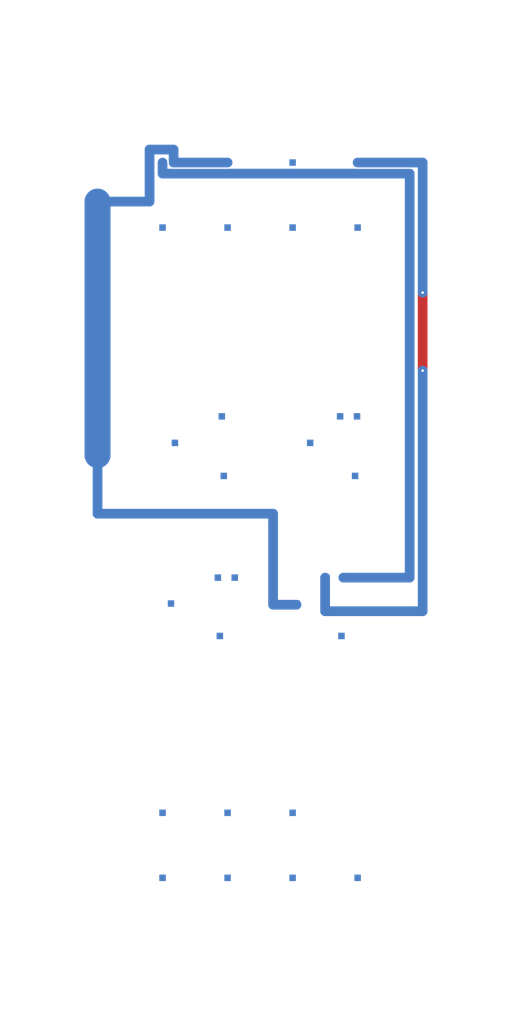
<source format=kicad_pcb>
(kicad_pcb (version 20171130) (host pcbnew 5.1.7-a382d34a8~87~ubuntu20.04.1)

  (general
    (thickness 1.6)
    (drawings 0)
    (tracks 23)
    (zones 0)
    (modules 30)
    (nets 16)
  )

  (page A4)
  (layers
    (0 Metal1 signal)
    (31 Metal2 signal)
    (40 Dwgs.User user)
    (41 Cmts.User user)
    (44 Edge.Cuts user)
    (45 Margin user)
    (46 B.CrtYd user)
    (47 F.CrtYd user)
  )

  (setup
    (last_trace_width 0.015)
    (user_trace_width 0.04)
    (trace_clearance 0.002)
    (zone_clearance 0.008)
    (zone_45_only no)
    (trace_min 0.002)
    (via_size 0.008)
    (via_drill 0.004)
    (via_min_size 0.004)
    (via_min_drill 0.003)
    (uvia_size 0.003)
    (uvia_drill 0.001)
    (uvias_allowed no)
    (uvia_min_size 0.002)
    (uvia_min_drill 0.001)
    (edge_width 0.005)
    (segment_width 0.02)
    (pcb_text_width 0.03)
    (pcb_text_size 0.15 0.15)
    (mod_edge_width 0.12)
    (mod_text_size 1 1)
    (mod_text_width 0.15)
    (pad_size 1.524 1.524)
    (pad_drill 0.762)
    (pad_to_mask_clearance 0)
    (aux_axis_origin 0 0)
    (visible_elements FFFFFF7F)
    (pcbplotparams
      (layerselection 0x010fc_ffffffff)
      (usegerberextensions false)
      (usegerberattributes true)
      (usegerberadvancedattributes true)
      (creategerberjobfile true)
      (excludeedgelayer true)
      (linewidth 0.100000)
      (plotframeref false)
      (viasonmask false)
      (mode 1)
      (useauxorigin false)
      (hpglpennumber 1)
      (hpglpenspeed 20)
      (hpglpendiameter 15.000000)
      (psnegative false)
      (psa4output false)
      (plotreference true)
      (plotvalue true)
      (plotinvisibletext false)
      (padsonsilk false)
      (subtractmaskfromsilk false)
      (outputformat 1)
      (mirror false)
      (drillshape 1)
      (scaleselection 1)
      (outputdirectory ""))
  )

  (net 0 "")
  (net 1 Heater3_ROB_U_1)
  (net 2 Heater2_ROB_U_2)
  (net 3 Heater1_ROB_U_3)
  (net 4 Common_ROB_U_4)
  (net 5 Heater3_ROB_L_5)
  (net 6 Heater2_ROB_L_6)
  (net 7 Heater1_ROB_L_7)
  (net 8 Common_ROB_L_8)
  (net 9 Heater3_CON_U_9)
  (net 10 Heater2_CON_U_10)
  (net 11 Heater1_CON_U_11)
  (net 12 Common_CON_U_12)
  (net 13 Heater3_CON_L_13)
  (net 14 Heater2_CON_L_14)
  (net 15 Heater1_CON_L_15)

  (net_class Default "This is the default net class."
    (clearance 0.002)
    (trace_width 0.015)
    (via_dia 0.008)
    (via_drill 0.004)
    (uvia_dia 0.003)
    (uvia_drill 0.001)
    (add_net Common_CON_U_12)
    (add_net Common_ROB_L_8)
    (add_net Common_ROB_U_4)
    (add_net Heater1_CON_L_15)
    (add_net Heater1_CON_U_11)
    (add_net Heater1_ROB_L_7)
    (add_net Heater1_ROB_U_3)
    (add_net Heater2_CON_L_14)
    (add_net Heater2_CON_U_10)
    (add_net Heater2_ROB_L_6)
    (add_net Heater2_ROB_U_2)
    (add_net Heater3_CON_L_13)
    (add_net Heater3_CON_U_9)
    (add_net Heater3_ROB_L_5)
    (add_net Heater3_ROB_U_1)
  )

  (module blank:port (layer Metal2) (tedit 0) (tstamp 0)
    (at 0.05 -1.05)
    (fp_text reference "" (at 0 0) (layer F.SilkS)
      (effects (font (size 1.27 1.27) (thickness 0.15)))
    )
    (fp_text value "" (at 0 0) (layer F.SilkS)
      (effects (font (size 1.27 1.27) (thickness 0.15)))
    )
    (pad 1 smd rect (at 0 0) (size 0.01 0.01) (layers Metal2)
      (net 1 Heater3_ROB_U_1))
  )

  (module blank:port (layer Metal2) (tedit 0) (tstamp 0)
    (at 0.138055 -0.422014)
    (fp_text reference "" (at 0 0) (layer F.SilkS)
      (effects (font (size 1.27 1.27) (thickness 0.15)))
    )
    (fp_text value "" (at 0 0) (layer F.SilkS)
      (effects (font (size 1.27 1.27) (thickness 0.15)))
    )
    (pad 1 smd rect (at 0 0) (size 0.01 0.01) (layers Metal2)
      (net 1 Heater3_ROB_U_1))
  )

  (module blank:port (layer Metal2) (tedit 0) (tstamp 0)
    (at 0.15 -1.05)
    (fp_text reference "" (at 0 0) (layer F.SilkS)
      (effects (font (size 1.27 1.27) (thickness 0.15)))
    )
    (fp_text value "" (at 0 0) (layer F.SilkS)
      (effects (font (size 1.27 1.27) (thickness 0.15)))
    )
    (pad 1 smd rect (at 0 0) (size 0.01 0.01) (layers Metal2)
      (net 2 Heater2_ROB_U_2))
  )

  (module blank:port (layer Metal2) (tedit 0) (tstamp 0)
    (at 0.063 -0.471849)
    (fp_text reference "" (at 0 0) (layer F.SilkS)
      (effects (font (size 1.27 1.27) (thickness 0.15)))
    )
    (fp_text value "" (at 0 0) (layer F.SilkS)
      (effects (font (size 1.27 1.27) (thickness 0.15)))
    )
    (pad 1 smd rect (at 0 0) (size 0.01 0.01) (layers Metal2)
      (net 2 Heater2_ROB_U_2))
  )

  (module blank:port (layer Metal2) (tedit 0) (tstamp 0)
    (at 0.25 -1.05)
    (fp_text reference "" (at 0 0) (layer F.SilkS)
      (effects (font (size 1.27 1.27) (thickness 0.15)))
    )
    (fp_text value "" (at 0 0) (layer F.SilkS)
      (effects (font (size 1.27 1.27) (thickness 0.15)))
    )
    (pad 1 smd rect (at 0 0) (size 0.01 0.01) (layers Metal2)
      (net 3 Heater1_ROB_U_3))
  )

  (module blank:port (layer Metal2) (tedit 0) (tstamp 0)
    (at 0.135021 -0.511685)
    (fp_text reference "" (at 0 0) (layer F.SilkS)
      (effects (font (size 1.27 1.27) (thickness 0.15)))
    )
    (fp_text value "" (at 0 0) (layer F.SilkS)
      (effects (font (size 1.27 1.27) (thickness 0.15)))
    )
    (pad 1 smd rect (at 0 0) (size 0.01 0.01) (layers Metal2)
      (net 3 Heater1_ROB_U_3))
  )

  (module blank:port (layer Metal2) (tedit 0) (tstamp 0)
    (at 0.35 -1.05)
    (fp_text reference "" (at 0 0) (layer F.SilkS)
      (effects (font (size 1.27 1.27) (thickness 0.15)))
    )
    (fp_text value "" (at 0 0) (layer F.SilkS)
      (effects (font (size 1.27 1.27) (thickness 0.15)))
    )
    (pad 1 smd rect (at 0 0) (size 0.01 0.01) (layers Metal2)
      (net 4 Common_ROB_U_4))
  )

  (module blank:port (layer Metal2) (tedit 0) (tstamp 0)
    (at 0.161021 -0.511685)
    (fp_text reference "" (at 0 0) (layer F.SilkS)
      (effects (font (size 1.27 1.27) (thickness 0.15)))
    )
    (fp_text value "" (at 0 0) (layer F.SilkS)
      (effects (font (size 1.27 1.27) (thickness 0.15)))
    )
    (pad 1 smd rect (at 0 0) (size 0.01 0.01) (layers Metal2)
      (net 4 Common_ROB_U_4))
  )

  (module blank:port (layer Metal2) (tedit 0) (tstamp 0)
    (at 0.05 -1.15)
    (fp_text reference "" (at 0 0) (layer F.SilkS)
      (effects (font (size 1.27 1.27) (thickness 0.15)))
    )
    (fp_text value "" (at 0 0) (layer F.SilkS)
      (effects (font (size 1.27 1.27) (thickness 0.15)))
    )
    (pad 1 smd rect (at 0 0) (size 0.01 0.01) (layers Metal2)
      (net 5 Heater3_ROB_L_5))
  )

  (module blank:port (layer Metal2) (tedit 0) (tstamp 0)
    (at 0.328021 -0.511685)
    (fp_text reference "" (at 0 0) (layer F.SilkS)
      (effects (font (size 1.27 1.27) (thickness 0.15)))
    )
    (fp_text value "" (at 0 0) (layer F.SilkS)
      (effects (font (size 1.27 1.27) (thickness 0.15)))
    )
    (pad 1 smd rect (at 0 0) (size 0.01 0.01) (layers Metal2)
      (net 5 Heater3_ROB_L_5))
  )

  (module blank:port (layer Metal2) (tedit 0) (tstamp 0)
    (at 0.15 -1.15)
    (fp_text reference "" (at 0 0) (layer F.SilkS)
      (effects (font (size 1.27 1.27) (thickness 0.15)))
    )
    (fp_text value "" (at 0 0) (layer F.SilkS)
      (effects (font (size 1.27 1.27) (thickness 0.15)))
    )
    (pad 1 smd rect (at 0 0) (size 0.01 0.01) (layers Metal2)
      (net 6 Heater2_ROB_L_6))
  )

  (module blank:port (layer Metal2) (tedit 0) (tstamp 0)
    (at 0.256 -0.471849)
    (fp_text reference "" (at 0 0) (layer F.SilkS)
      (effects (font (size 1.27 1.27) (thickness 0.15)))
    )
    (fp_text value "" (at 0 0) (layer F.SilkS)
      (effects (font (size 1.27 1.27) (thickness 0.15)))
    )
    (pad 1 smd rect (at 0 0) (size 0.01 0.01) (layers Metal2)
      (net 6 Heater2_ROB_L_6))
  )

  (module blank:port (layer Metal2) (tedit 0) (tstamp 0)
    (at 0.25 -1.15)
    (fp_text reference "" (at 0 0) (layer F.SilkS)
      (effects (font (size 1.27 1.27) (thickness 0.15)))
    )
    (fp_text value "" (at 0 0) (layer F.SilkS)
      (effects (font (size 1.27 1.27) (thickness 0.15)))
    )
    (pad 1 smd rect (at 0 0) (size 0.01 0.01) (layers Metal2)
      (net 7 Heater1_ROB_L_7))
  )

  (module blank:port (layer Metal2) (tedit 0) (tstamp 0)
    (at 0.325055 -0.422014)
    (fp_text reference "" (at 0 0) (layer F.SilkS)
      (effects (font (size 1.27 1.27) (thickness 0.15)))
    )
    (fp_text value "" (at 0 0) (layer F.SilkS)
      (effects (font (size 1.27 1.27) (thickness 0.15)))
    )
    (pad 1 smd rect (at 0 0) (size 0.01 0.01) (layers Metal2)
      (net 7 Heater1_ROB_L_7))
  )

  (module blank:port (layer Metal2) (tedit 0) (tstamp 0)
    (at 0.35 -1.15)
    (fp_text reference "" (at 0 0) (layer F.SilkS)
      (effects (font (size 1.27 1.27) (thickness 0.15)))
    )
    (fp_text value "" (at 0 0) (layer F.SilkS)
      (effects (font (size 1.27 1.27) (thickness 0.15)))
    )
    (pad 1 smd rect (at 0 0) (size 0.01 0.01) (layers Metal2)
      (net 8 Common_ROB_L_8))
  )

  (module blank:port (layer Metal2) (tedit 0) (tstamp 0)
    (at 0.302021 -0.511685)
    (fp_text reference "" (at 0 0) (layer F.SilkS)
      (effects (font (size 1.27 1.27) (thickness 0.15)))
    )
    (fp_text value "" (at 0 0) (layer F.SilkS)
      (effects (font (size 1.27 1.27) (thickness 0.15)))
    )
    (pad 1 smd rect (at 0 0) (size 0.01 0.01) (layers Metal2)
      (net 8 Common_ROB_L_8))
  )

  (module blank:port (layer Metal2) (tedit 0) (tstamp 0)
    (at 0.05 -0.05)
    (fp_text reference "" (at 0 0) (layer F.SilkS)
      (effects (font (size 1.27 1.27) (thickness 0.15)))
    )
    (fp_text value "" (at 0 0) (layer F.SilkS)
      (effects (font (size 1.27 1.27) (thickness 0.15)))
    )
    (pad 1 smd rect (at 0 0) (size 0.01 0.01) (layers Metal2)
      (net 9 Heater3_CON_U_9))
  )

  (module blank:port (layer Metal2) (tedit 0) (tstamp 0)
    (at 0.346076 -0.66805)
    (fp_text reference "" (at 0 0) (layer F.SilkS)
      (effects (font (size 1.27 1.27) (thickness 0.15)))
    )
    (fp_text value "" (at 0 0) (layer F.SilkS)
      (effects (font (size 1.27 1.27) (thickness 0.15)))
    )
    (pad 1 smd rect (at 0 0) (size 0.01 0.01) (layers Metal2)
      (net 9 Heater3_CON_U_9))
  )

  (module blank:port (layer Metal2) (tedit 0) (tstamp 0)
    (at 0.15 -0.05)
    (fp_text reference "" (at 0 0) (layer F.SilkS)
      (effects (font (size 1.27 1.27) (thickness 0.15)))
    )
    (fp_text value "" (at 0 0) (layer F.SilkS)
      (effects (font (size 1.27 1.27) (thickness 0.15)))
    )
    (pad 1 smd rect (at 0 0) (size 0.01 0.01) (layers Metal2)
      (net 10 Heater2_CON_U_10))
  )

  (module blank:port (layer Metal2) (tedit 0) (tstamp 0)
    (at 0.277 -0.71885)
    (fp_text reference "" (at 0 0) (layer F.SilkS)
      (effects (font (size 1.27 1.27) (thickness 0.15)))
    )
    (fp_text value "" (at 0 0) (layer F.SilkS)
      (effects (font (size 1.27 1.27) (thickness 0.15)))
    )
    (pad 1 smd rect (at 0 0) (size 0.01 0.01) (layers Metal2)
      (net 10 Heater2_CON_U_10))
  )

  (module blank:port (layer Metal2) (tedit 0) (tstamp 0)
    (at 0.25 -0.05)
    (fp_text reference "" (at 0 0) (layer F.SilkS)
      (effects (font (size 1.27 1.27) (thickness 0.15)))
    )
    (fp_text value "" (at 0 0) (layer F.SilkS)
      (effects (font (size 1.27 1.27) (thickness 0.15)))
    )
    (pad 1 smd rect (at 0 0) (size 0.01 0.01) (layers Metal2)
      (net 11 Heater1_CON_U_11))
  )

  (module blank:port (layer Metal2) (tedit 0) (tstamp 0)
    (at 0.349076 -0.75965)
    (fp_text reference "" (at 0 0) (layer F.SilkS)
      (effects (font (size 1.27 1.27) (thickness 0.15)))
    )
    (fp_text value "" (at 0 0) (layer F.SilkS)
      (effects (font (size 1.27 1.27) (thickness 0.15)))
    )
    (pad 1 smd rect (at 0 0) (size 0.01 0.01) (layers Metal2)
      (net 11 Heater1_CON_U_11))
  )

  (module blank:port (layer Metal2) (tedit 0) (tstamp 0)
    (at 0.35 -0.05)
    (fp_text reference "" (at 0 0) (layer F.SilkS)
      (effects (font (size 1.27 1.27) (thickness 0.15)))
    )
    (fp_text value "" (at 0 0) (layer F.SilkS)
      (effects (font (size 1.27 1.27) (thickness 0.15)))
    )
    (pad 1 smd rect (at 0 0) (size 0.01 0.01) (layers Metal2)
      (net 12 Common_CON_U_12))
  )

  (module blank:port (layer Metal2) (tedit 0) (tstamp 0)
    (at 0.323076 -0.75965)
    (fp_text reference "" (at 0 0) (layer F.SilkS)
      (effects (font (size 1.27 1.27) (thickness 0.15)))
    )
    (fp_text value "" (at 0 0) (layer F.SilkS)
      (effects (font (size 1.27 1.27) (thickness 0.15)))
    )
    (pad 1 smd rect (at 0 0) (size 0.01 0.01) (layers Metal2)
      (net 12 Common_CON_U_12))
  )

  (module blank:port (layer Metal2) (tedit 0) (tstamp 0)
    (at 0.05 -0.15)
    (fp_text reference "" (at 0 0) (layer F.SilkS)
      (effects (font (size 1.27 1.27) (thickness 0.15)))
    )
    (fp_text value "" (at 0 0) (layer F.SilkS)
      (effects (font (size 1.27 1.27) (thickness 0.15)))
    )
    (pad 1 smd rect (at 0 0) (size 0.01 0.01) (layers Metal2)
      (net 13 Heater3_CON_L_13))
  )

  (module blank:port (layer Metal2) (tedit 0) (tstamp 0)
    (at 0.144076 -0.66805)
    (fp_text reference "" (at 0 0) (layer F.SilkS)
      (effects (font (size 1.27 1.27) (thickness 0.15)))
    )
    (fp_text value "" (at 0 0) (layer F.SilkS)
      (effects (font (size 1.27 1.27) (thickness 0.15)))
    )
    (pad 1 smd rect (at 0 0) (size 0.01 0.01) (layers Metal2)
      (net 13 Heater3_CON_L_13))
  )

  (module blank:port (layer Metal2) (tedit 0) (tstamp 0)
    (at 0.15 -0.15)
    (fp_text reference "" (at 0 0) (layer F.SilkS)
      (effects (font (size 1.27 1.27) (thickness 0.15)))
    )
    (fp_text value "" (at 0 0) (layer F.SilkS)
      (effects (font (size 1.27 1.27) (thickness 0.15)))
    )
    (pad 1 smd rect (at 0 0) (size 0.01 0.01) (layers Metal2)
      (net 14 Heater2_CON_L_14))
  )

  (module blank:port (layer Metal2) (tedit 0) (tstamp 0)
    (at 0.069 -0.71885)
    (fp_text reference "" (at 0 0) (layer F.SilkS)
      (effects (font (size 1.27 1.27) (thickness 0.15)))
    )
    (fp_text value "" (at 0 0) (layer F.SilkS)
      (effects (font (size 1.27 1.27) (thickness 0.15)))
    )
    (pad 1 smd rect (at 0 0) (size 0.01 0.01) (layers Metal2)
      (net 14 Heater2_CON_L_14))
  )

  (module blank:port (layer Metal2) (tedit 0) (tstamp 0)
    (at 0.25 -0.15)
    (fp_text reference "" (at 0 0) (layer F.SilkS)
      (effects (font (size 1.27 1.27) (thickness 0.15)))
    )
    (fp_text value "" (at 0 0) (layer F.SilkS)
      (effects (font (size 1.27 1.27) (thickness 0.15)))
    )
    (pad 1 smd rect (at 0 0) (size 0.01 0.01) (layers Metal2)
      (net 15 Heater1_CON_L_15))
  )

  (module blank:port (layer Metal2) (tedit 0) (tstamp 0)
    (at 0.141076 -0.75965)
    (fp_text reference "" (at 0 0) (layer F.SilkS)
      (effects (font (size 1.27 1.27) (thickness 0.15)))
    )
    (fp_text value "" (at 0 0) (layer F.SilkS)
      (effects (font (size 1.27 1.27) (thickness 0.15)))
    )
    (pad 1 smd rect (at 0 0) (size 0.01 0.01) (layers Metal2)
      (net 15 Heater1_CON_L_15))
  )

  (segment (start 0.328021 -0.511685) (end 0.43 -0.511685) (width 0.015) (layer Metal2) (net 5))
  (segment (start 0.43 -0.511685) (end 0.43 -1.13299) (width 0.015) (layer Metal2) (net 5))
  (segment (start 0.43 -1.13299) (end 0.05 -1.13299) (width 0.015) (layer Metal2) (net 5))
  (segment (start 0.05 -1.13299) (end 0.05 -1.15) (width 0.015) (layer Metal2) (net 5))
  (segment (start 0.15 -1.15) (end 0.06701 -1.15) (width 0.015) (layer Metal2) (net 6))
  (segment (start 0.06701 -1.15) (end 0.06701 -1.17) (width 0.015) (layer Metal2) (net 6))
  (segment (start 0.06701 -1.17) (end 0.03 -1.17) (width 0.015) (layer Metal2) (net 6))
  (segment (start 0.03 -1.17) (end 0.03 -1.11) (width 0.015) (layer Metal2) (net 6))
  (segment (start 0.03 -1.11) (end 0.03 -1.09) (width 0.015) (layer Metal2) (net 6))
  (segment (start 0.03 -1.09) (end -0.05 -1.09) (width 0.015) (layer Metal2) (net 6))
  (segment (start -0.05 -1.09) (end -0.05 -0.7) (width 0.04) (layer Metal2) (net 6))
  (segment (start -0.05 -0.7) (end -0.05 -0.61) (width 0.015) (layer Metal2) (net 6))
  (segment (start -0.05 -0.61) (end 0.22 -0.61) (width 0.015) (layer Metal2) (net 6))
  (segment (start 0.22 -0.61) (end 0.22 -0.47) (width 0.015) (layer Metal2) (net 6))
  (segment (start 0.22 -0.47) (end 0.256 -0.47) (width 0.015) (layer Metal2) (net 6))
  (segment (start 0.35 -1.15) (end 0.45 -1.15) (width 0.015) (layer Metal2) (net 8))
  (via (at 0.45 -0.95) (size 0.008) (drill 0.004) (layers Metal1 Metal2) (net 8))
  (segment (start 0.45 -1.15) (end 0.45 -0.95) (width 0.015) (layer Metal2) (net 8))
  (via (at 0.45 -0.83) (size 0.008) (drill 0.004) (layers Metal1 Metal2) (net 8))
  (segment (start 0.45 -0.95) (end 0.45 -0.83) (width 0.015) (layer Metal1) (net 8))
  (segment (start 0.45 -0.83) (end 0.45 -0.46) (width 0.015) (layer Metal2) (net 8))
  (segment (start 0.45 -0.46) (end 0.3 -0.46) (width 0.015) (layer Metal2) (net 8))
  (segment (start 0.3 -0.46) (end 0.3 -0.511685) (width 0.015) (layer Metal2) (net 8))

)

</source>
